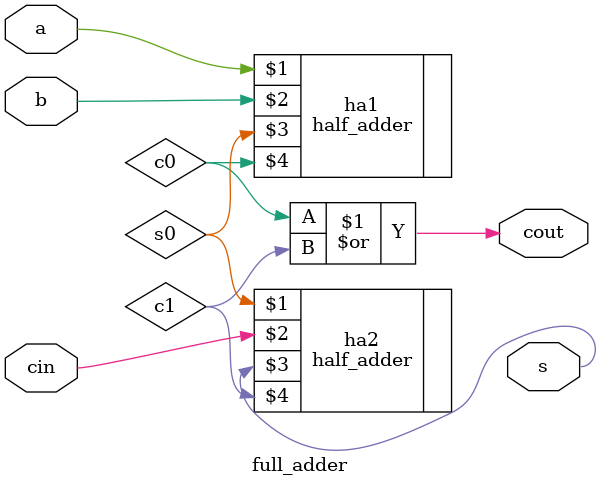
<source format=v>
module full_adder(a, b, cin, s, cout);

input a, b, cin;
wire c0, s0, c1;
output cout,s;

half_adder ha1(a, b, s0, c0);
half_adder ha2(s0, cin, s, c1);
or(cout, c0, c1);

endmodule
</source>
